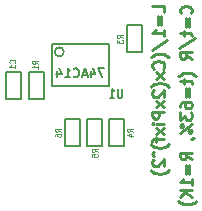
<source format=gbo>
G04 (created by PCBNEW (2013-07-07 BZR 4022)-stable) date 2/2/2014 1:41:28 AM*
%MOIN*%
G04 Gerber Fmt 3.4, Leading zero omitted, Abs format*
%FSLAX34Y34*%
G01*
G70*
G90*
G04 APERTURE LIST*
%ADD10C,0.00590551*%
%ADD11C,0.00984252*%
%ADD12C,0.008*%
%ADD13C,0.005*%
%ADD14C,0.00625*%
%ADD15C,0.0063*%
%ADD16C,0.0045*%
G04 APERTURE END LIST*
G54D10*
G54D11*
X83479Y-59174D02*
X83479Y-58986D01*
X83085Y-58986D01*
X83273Y-59305D02*
X83273Y-59605D01*
X83385Y-59605D02*
X83385Y-59305D01*
X83479Y-59998D02*
X83479Y-59774D01*
X83479Y-59886D02*
X83085Y-59886D01*
X83141Y-59848D01*
X83179Y-59811D01*
X83198Y-59774D01*
X83066Y-60448D02*
X83573Y-60111D01*
X83629Y-60692D02*
X83610Y-60673D01*
X83554Y-60636D01*
X83516Y-60617D01*
X83460Y-60598D01*
X83366Y-60580D01*
X83291Y-60580D01*
X83198Y-60598D01*
X83141Y-60617D01*
X83104Y-60636D01*
X83048Y-60673D01*
X83029Y-60692D01*
X83441Y-61067D02*
X83460Y-61048D01*
X83479Y-60992D01*
X83479Y-60955D01*
X83460Y-60898D01*
X83423Y-60861D01*
X83385Y-60842D01*
X83310Y-60823D01*
X83254Y-60823D01*
X83179Y-60842D01*
X83141Y-60861D01*
X83104Y-60898D01*
X83085Y-60955D01*
X83085Y-60992D01*
X83104Y-61048D01*
X83123Y-61067D01*
X83479Y-61198D02*
X83216Y-61405D01*
X83216Y-61198D02*
X83479Y-61405D01*
X83629Y-61667D02*
X83610Y-61648D01*
X83554Y-61611D01*
X83516Y-61592D01*
X83460Y-61573D01*
X83366Y-61555D01*
X83291Y-61555D01*
X83198Y-61573D01*
X83141Y-61592D01*
X83104Y-61611D01*
X83048Y-61648D01*
X83029Y-61667D01*
X83123Y-61798D02*
X83104Y-61817D01*
X83085Y-61854D01*
X83085Y-61948D01*
X83104Y-61986D01*
X83123Y-62004D01*
X83160Y-62023D01*
X83198Y-62023D01*
X83254Y-62004D01*
X83479Y-61780D01*
X83479Y-62023D01*
X83479Y-62154D02*
X83216Y-62361D01*
X83216Y-62154D02*
X83479Y-62361D01*
X83479Y-62511D02*
X83085Y-62511D01*
X83085Y-62661D01*
X83104Y-62698D01*
X83123Y-62717D01*
X83160Y-62736D01*
X83216Y-62736D01*
X83254Y-62717D01*
X83273Y-62698D01*
X83291Y-62661D01*
X83291Y-62511D01*
X83479Y-62904D02*
X83216Y-62904D01*
X83085Y-62904D02*
X83104Y-62886D01*
X83123Y-62904D01*
X83104Y-62923D01*
X83085Y-62904D01*
X83123Y-62904D01*
X83479Y-63054D02*
X83216Y-63261D01*
X83216Y-63054D02*
X83479Y-63261D01*
X83216Y-63354D02*
X83216Y-63504D01*
X83479Y-63411D02*
X83141Y-63411D01*
X83104Y-63429D01*
X83085Y-63467D01*
X83085Y-63504D01*
X83629Y-63598D02*
X83610Y-63617D01*
X83554Y-63654D01*
X83516Y-63673D01*
X83460Y-63692D01*
X83366Y-63711D01*
X83291Y-63711D01*
X83198Y-63692D01*
X83141Y-63673D01*
X83104Y-63654D01*
X83048Y-63617D01*
X83029Y-63598D01*
X83123Y-63842D02*
X83066Y-63917D01*
X83123Y-63992D01*
X83123Y-64104D02*
X83104Y-64123D01*
X83085Y-64160D01*
X83085Y-64254D01*
X83104Y-64292D01*
X83123Y-64310D01*
X83160Y-64329D01*
X83198Y-64329D01*
X83254Y-64310D01*
X83479Y-64085D01*
X83479Y-64329D01*
X83629Y-64460D02*
X83610Y-64479D01*
X83554Y-64517D01*
X83516Y-64535D01*
X83460Y-64554D01*
X83366Y-64573D01*
X83291Y-64573D01*
X83198Y-64554D01*
X83141Y-64535D01*
X83104Y-64517D01*
X83048Y-64479D01*
X83029Y-64460D01*
X84361Y-59225D02*
X84380Y-59206D01*
X84399Y-59150D01*
X84399Y-59112D01*
X84380Y-59056D01*
X84343Y-59019D01*
X84305Y-59000D01*
X84230Y-58981D01*
X84174Y-58981D01*
X84099Y-59000D01*
X84061Y-59019D01*
X84024Y-59056D01*
X84005Y-59112D01*
X84005Y-59150D01*
X84024Y-59206D01*
X84043Y-59225D01*
X84193Y-59394D02*
X84193Y-59694D01*
X84305Y-59694D02*
X84305Y-59394D01*
X84136Y-59825D02*
X84136Y-59975D01*
X84005Y-59881D02*
X84343Y-59881D01*
X84380Y-59900D01*
X84399Y-59937D01*
X84399Y-59975D01*
X83986Y-60387D02*
X84493Y-60050D01*
X84399Y-60743D02*
X84211Y-60612D01*
X84399Y-60518D02*
X84005Y-60518D01*
X84005Y-60668D01*
X84024Y-60706D01*
X84043Y-60725D01*
X84080Y-60743D01*
X84136Y-60743D01*
X84174Y-60725D01*
X84193Y-60706D01*
X84211Y-60668D01*
X84211Y-60518D01*
X84549Y-61325D02*
X84530Y-61306D01*
X84474Y-61268D01*
X84436Y-61250D01*
X84380Y-61231D01*
X84286Y-61212D01*
X84211Y-61212D01*
X84118Y-61231D01*
X84061Y-61250D01*
X84024Y-61268D01*
X83968Y-61306D01*
X83949Y-61325D01*
X84136Y-61418D02*
X84136Y-61568D01*
X84005Y-61475D02*
X84343Y-61475D01*
X84380Y-61493D01*
X84399Y-61531D01*
X84399Y-61568D01*
X84193Y-61700D02*
X84193Y-62000D01*
X84305Y-62000D02*
X84305Y-61700D01*
X84005Y-62356D02*
X84005Y-62281D01*
X84024Y-62243D01*
X84043Y-62225D01*
X84099Y-62187D01*
X84174Y-62168D01*
X84324Y-62168D01*
X84361Y-62187D01*
X84380Y-62206D01*
X84399Y-62243D01*
X84399Y-62318D01*
X84380Y-62356D01*
X84361Y-62374D01*
X84324Y-62393D01*
X84230Y-62393D01*
X84193Y-62374D01*
X84174Y-62356D01*
X84155Y-62318D01*
X84155Y-62243D01*
X84174Y-62206D01*
X84193Y-62187D01*
X84230Y-62168D01*
X84005Y-62524D02*
X84005Y-62768D01*
X84155Y-62637D01*
X84155Y-62693D01*
X84174Y-62731D01*
X84193Y-62749D01*
X84230Y-62768D01*
X84324Y-62768D01*
X84361Y-62749D01*
X84380Y-62731D01*
X84399Y-62693D01*
X84399Y-62581D01*
X84380Y-62543D01*
X84361Y-62524D01*
X84399Y-62918D02*
X84005Y-63218D01*
X84005Y-62974D02*
X84024Y-63012D01*
X84061Y-63031D01*
X84099Y-63012D01*
X84118Y-62974D01*
X84099Y-62937D01*
X84061Y-62918D01*
X84024Y-62937D01*
X84005Y-62974D01*
X84380Y-63199D02*
X84343Y-63218D01*
X84305Y-63199D01*
X84286Y-63162D01*
X84305Y-63124D01*
X84343Y-63106D01*
X84380Y-63124D01*
X84399Y-63162D01*
X84380Y-63199D01*
X84380Y-63406D02*
X84399Y-63406D01*
X84436Y-63387D01*
X84455Y-63368D01*
X84399Y-64099D02*
X84211Y-63968D01*
X84399Y-63874D02*
X84005Y-63874D01*
X84005Y-64024D01*
X84024Y-64062D01*
X84043Y-64081D01*
X84080Y-64099D01*
X84136Y-64099D01*
X84174Y-64081D01*
X84193Y-64062D01*
X84211Y-64024D01*
X84211Y-63874D01*
X84193Y-64268D02*
X84193Y-64568D01*
X84305Y-64568D02*
X84305Y-64268D01*
X84399Y-64962D02*
X84399Y-64737D01*
X84399Y-64849D02*
X84005Y-64849D01*
X84061Y-64812D01*
X84099Y-64774D01*
X84118Y-64737D01*
X84399Y-65130D02*
X84005Y-65130D01*
X84399Y-65355D02*
X84174Y-65187D01*
X84005Y-65355D02*
X84230Y-65130D01*
X84549Y-65487D02*
X84530Y-65505D01*
X84474Y-65543D01*
X84436Y-65562D01*
X84380Y-65580D01*
X84286Y-65599D01*
X84211Y-65599D01*
X84118Y-65580D01*
X84061Y-65562D01*
X84024Y-65543D01*
X83968Y-65505D01*
X83949Y-65487D01*
G54D12*
X79730Y-61660D02*
X81630Y-61660D01*
X81630Y-61660D02*
X81630Y-60260D01*
X81630Y-60260D02*
X79730Y-60260D01*
X79730Y-60260D02*
X79730Y-61660D01*
X80130Y-60510D02*
G75*
G03X80130Y-60510I-150J0D01*
G74*
G01*
G54D13*
X78190Y-61190D02*
X78190Y-62090D01*
X78190Y-62090D02*
X78690Y-62090D01*
X78690Y-62090D02*
X78690Y-61190D01*
X78690Y-61190D02*
X78190Y-61190D01*
X78970Y-61190D02*
X78970Y-62090D01*
X78970Y-62090D02*
X79470Y-62090D01*
X79470Y-62090D02*
X79470Y-61190D01*
X79470Y-61190D02*
X78970Y-61190D01*
X80170Y-62750D02*
X80170Y-63650D01*
X80170Y-63650D02*
X80670Y-63650D01*
X80670Y-63650D02*
X80670Y-62750D01*
X80670Y-62750D02*
X80170Y-62750D01*
X80910Y-62750D02*
X80910Y-63650D01*
X80910Y-63650D02*
X81410Y-63650D01*
X81410Y-63650D02*
X81410Y-62750D01*
X81410Y-62750D02*
X80910Y-62750D01*
X81650Y-62750D02*
X81650Y-63650D01*
X81650Y-63650D02*
X82150Y-63650D01*
X82150Y-63650D02*
X82150Y-62750D01*
X82150Y-62750D02*
X81650Y-62750D01*
X82730Y-60530D02*
X82730Y-59630D01*
X82730Y-59630D02*
X82230Y-59630D01*
X82230Y-59630D02*
X82230Y-60530D01*
X82230Y-60530D02*
X82730Y-60530D01*
G54D14*
X82070Y-61741D02*
X82070Y-61984D01*
X82058Y-62012D01*
X82046Y-62027D01*
X82022Y-62041D01*
X81975Y-62041D01*
X81951Y-62027D01*
X81939Y-62012D01*
X81927Y-61984D01*
X81927Y-61741D01*
X81677Y-62041D02*
X81820Y-62041D01*
X81749Y-62041D02*
X81749Y-61741D01*
X81772Y-61784D01*
X81796Y-61812D01*
X81820Y-61827D01*
G54D15*
X81487Y-61061D02*
X81287Y-61061D01*
X81415Y-61361D01*
X81044Y-61161D02*
X81044Y-61361D01*
X81115Y-61047D02*
X81187Y-61261D01*
X81001Y-61261D01*
X80901Y-61275D02*
X80758Y-61275D01*
X80930Y-61361D02*
X80830Y-61061D01*
X80730Y-61361D01*
X80458Y-61332D02*
X80472Y-61347D01*
X80515Y-61361D01*
X80544Y-61361D01*
X80587Y-61347D01*
X80615Y-61318D01*
X80629Y-61290D01*
X80644Y-61232D01*
X80644Y-61190D01*
X80629Y-61132D01*
X80615Y-61104D01*
X80587Y-61075D01*
X80544Y-61061D01*
X80515Y-61061D01*
X80472Y-61075D01*
X80458Y-61090D01*
X80172Y-61361D02*
X80344Y-61361D01*
X80258Y-61361D02*
X80258Y-61061D01*
X80287Y-61104D01*
X80315Y-61132D01*
X80344Y-61147D01*
X79915Y-61161D02*
X79915Y-61361D01*
X79987Y-61047D02*
X80058Y-61261D01*
X79872Y-61261D01*
G54D16*
X78501Y-60890D02*
X78511Y-60881D01*
X78520Y-60855D01*
X78520Y-60838D01*
X78511Y-60812D01*
X78492Y-60795D01*
X78473Y-60787D01*
X78435Y-60778D01*
X78406Y-60778D01*
X78368Y-60787D01*
X78349Y-60795D01*
X78330Y-60812D01*
X78320Y-60838D01*
X78320Y-60855D01*
X78330Y-60881D01*
X78340Y-60890D01*
X78520Y-61061D02*
X78520Y-60958D01*
X78520Y-61010D02*
X78320Y-61010D01*
X78349Y-60992D01*
X78368Y-60975D01*
X78378Y-60958D01*
X79280Y-60910D02*
X79185Y-60850D01*
X79280Y-60807D02*
X79080Y-60807D01*
X79080Y-60875D01*
X79090Y-60892D01*
X79100Y-60901D01*
X79119Y-60910D01*
X79147Y-60910D01*
X79166Y-60901D01*
X79176Y-60892D01*
X79185Y-60875D01*
X79185Y-60807D01*
X79280Y-61081D02*
X79280Y-60978D01*
X79280Y-61030D02*
X79080Y-61030D01*
X79109Y-61012D01*
X79128Y-60995D01*
X79138Y-60978D01*
X80040Y-63170D02*
X79945Y-63110D01*
X80040Y-63067D02*
X79840Y-63067D01*
X79840Y-63135D01*
X79850Y-63152D01*
X79860Y-63161D01*
X79879Y-63170D01*
X79907Y-63170D01*
X79926Y-63161D01*
X79936Y-63152D01*
X79945Y-63135D01*
X79945Y-63067D01*
X79840Y-63324D02*
X79840Y-63290D01*
X79850Y-63272D01*
X79860Y-63264D01*
X79888Y-63247D01*
X79926Y-63238D01*
X80002Y-63238D01*
X80021Y-63247D01*
X80031Y-63255D01*
X80040Y-63272D01*
X80040Y-63307D01*
X80031Y-63324D01*
X80021Y-63332D01*
X80002Y-63341D01*
X79955Y-63341D01*
X79936Y-63332D01*
X79926Y-63324D01*
X79917Y-63307D01*
X79917Y-63272D01*
X79926Y-63255D01*
X79936Y-63247D01*
X79955Y-63238D01*
X81260Y-63850D02*
X81165Y-63790D01*
X81260Y-63747D02*
X81060Y-63747D01*
X81060Y-63815D01*
X81070Y-63832D01*
X81080Y-63841D01*
X81099Y-63850D01*
X81127Y-63850D01*
X81146Y-63841D01*
X81156Y-63832D01*
X81165Y-63815D01*
X81165Y-63747D01*
X81060Y-64012D02*
X81060Y-63927D01*
X81156Y-63918D01*
X81146Y-63927D01*
X81137Y-63944D01*
X81137Y-63987D01*
X81146Y-64004D01*
X81156Y-64012D01*
X81175Y-64021D01*
X81222Y-64021D01*
X81241Y-64012D01*
X81251Y-64004D01*
X81260Y-63987D01*
X81260Y-63944D01*
X81251Y-63927D01*
X81241Y-63918D01*
X82440Y-63170D02*
X82345Y-63110D01*
X82440Y-63067D02*
X82240Y-63067D01*
X82240Y-63135D01*
X82250Y-63152D01*
X82260Y-63161D01*
X82279Y-63170D01*
X82307Y-63170D01*
X82326Y-63161D01*
X82336Y-63152D01*
X82345Y-63135D01*
X82345Y-63067D01*
X82307Y-63324D02*
X82440Y-63324D01*
X82231Y-63281D02*
X82374Y-63238D01*
X82374Y-63350D01*
X82100Y-60050D02*
X82005Y-59990D01*
X82100Y-59947D02*
X81900Y-59947D01*
X81900Y-60015D01*
X81910Y-60032D01*
X81920Y-60041D01*
X81939Y-60050D01*
X81967Y-60050D01*
X81986Y-60041D01*
X81996Y-60032D01*
X82005Y-60015D01*
X82005Y-59947D01*
X81900Y-60110D02*
X81900Y-60221D01*
X81977Y-60161D01*
X81977Y-60187D01*
X81986Y-60204D01*
X81996Y-60212D01*
X82015Y-60221D01*
X82062Y-60221D01*
X82081Y-60212D01*
X82091Y-60204D01*
X82100Y-60187D01*
X82100Y-60135D01*
X82091Y-60118D01*
X82081Y-60110D01*
M02*

</source>
